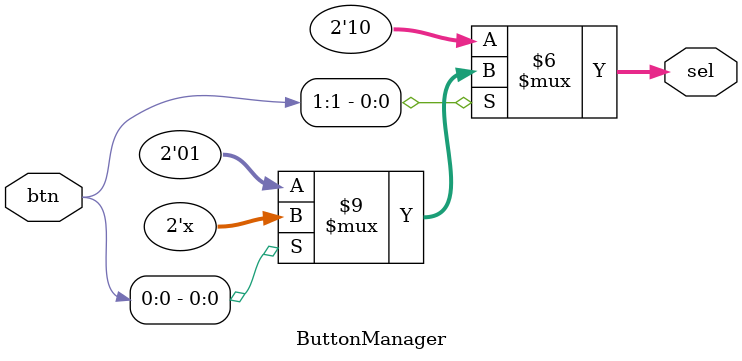
<source format=v>
module ButtonManager(btn, sel);
	input [1:0] btn;
	reg clkOut;
	output reg [1:0] sel;
	
	always @(btn) begin
		if (btn[0] == 0) sel = 1;
		if (btn[1] == 0) sel = 2;
		
		clkOut = &btn;
	end
endmodule
</source>
